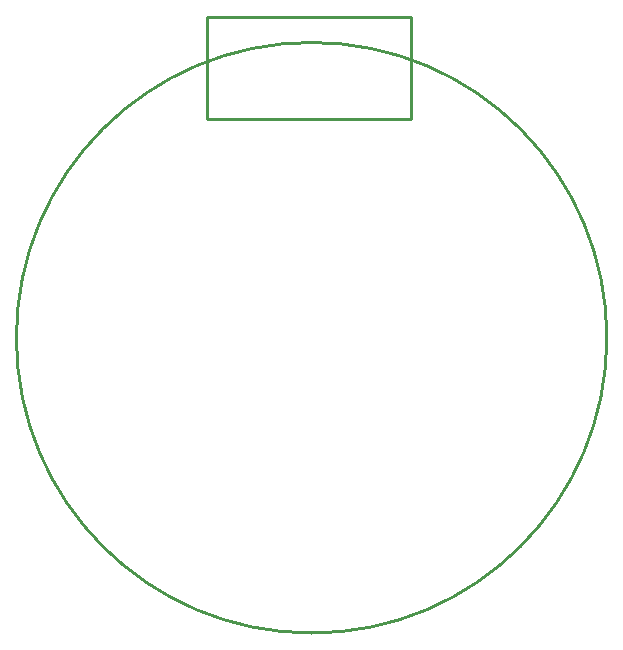
<source format=gko>
G04 Layer: BoardOutline*
G04 EasyEDA v6.4.14, 2021-02-19T19:43:34--5:00*
G04 2728a531d0ad4e71a9f6f8894443a7d9,7db2125e4611476bb2993bf99425ef50,10*
G04 Gerber Generator version 0.2*
G04 Scale: 100 percent, Rotated: No, Reflected: No *
G04 Dimensions in millimeters *
G04 leading zeros omitted , absolute positions ,4 integer and 5 decimal *
%FSLAX45Y45*%
%MOMM*%

%ADD10C,0.2540*%
D10*
G75*
G01
X4999990Y2499995D02*
G03X4999990Y2499995I-2499995J0D01*
X1610995Y5217795D02*
G01*
X1610995Y4354195D01*
X1610995Y4354195D02*
G01*
X3338195Y4354195D01*
X3338195Y4354195D02*
G01*
X3338195Y5217795D01*
X3338195Y5217795D02*
G01*
X1610995Y5217795D01*

%LPD*%
M02*

</source>
